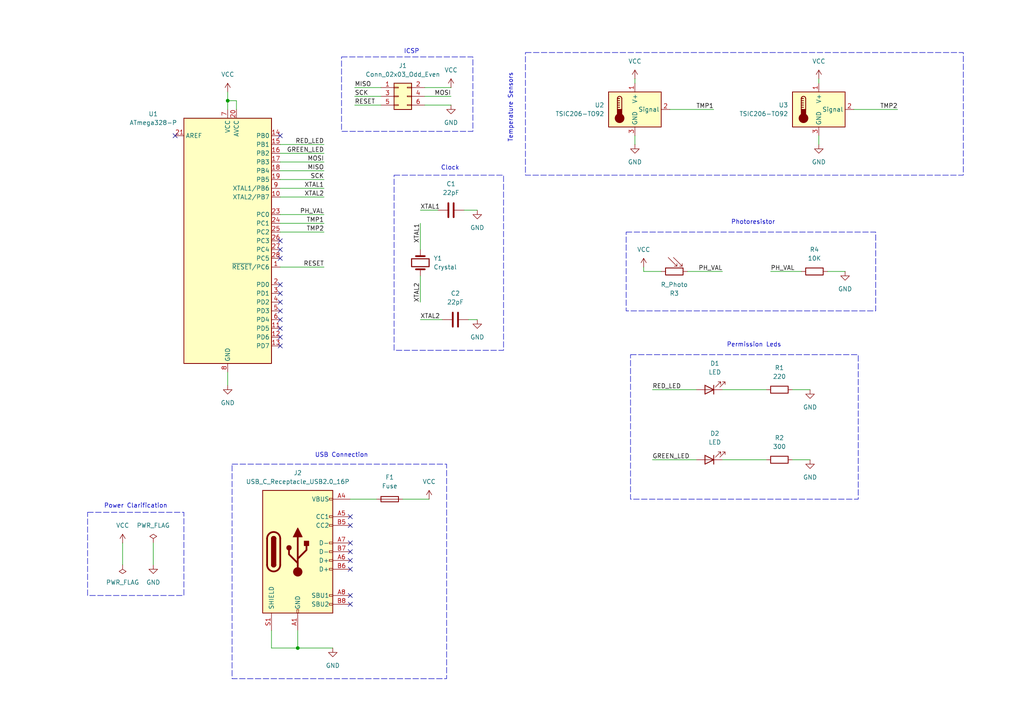
<source format=kicad_sch>
(kicad_sch (version 20231120) (generator "eeschema") (generator_version "8.0")
  (paper "A4")
  (lib_symbols
    (symbol "Connector:USB_C_Receptacle_USB2.0_16P" (pin_names (offset 1.016))
      (property "Reference" "J" (at 0 22.225 0))
      (property "Value" "USB_C_Receptacle_USB2.0_16P" (at 0 19.685 0))
      (symbol "USB_C_Receptacle_USB2.0_16P_0_0"
        (rectangle (start -0.254 -17.78) (end 0.254 -16.764))
        (rectangle (start 10.16 -14.986) (end 9.144 -15.494))
        (rectangle (start 10.16 -12.446) (end 9.144 -12.954))
        (rectangle (start 10.16 -4.826) (end 9.144 -5.334))
        (rectangle (start 10.16 -2.286) (end 9.144 -2.794))
        (rectangle (start 10.16 0.254) (end 9.144 -0.254))
        (rectangle (start 10.16 2.794) (end 9.144 2.286))
        (rectangle (start 10.16 7.874) (end 9.144 7.366))
        (rectangle (start 10.16 10.414) (end 9.144 9.906))
        (rectangle (start 10.16 15.494) (end 9.144 14.986))
      )
      (symbol "USB_C_Receptacle_USB2.0_16P_0_1"
        (rectangle (start -10.16 17.78) (end 10.16 -17.78) (stroke (width 0.254)) (fill (type background)))
        (arc (start -8.89 -3.81) (mid -6.985 -5.7067) (end -5.08 -3.81) (stroke (width 0.508)))
        (arc (start -7.62 -3.81) (mid -6.985 -4.4423) (end -6.35 -3.81) (stroke (width 0.254)))
        (arc (start -7.62 -3.81) (mid -6.985 -4.4423) (end -6.35 -3.81) (stroke (width 0.254)) (fill (type outline)))
        (rectangle (start -7.62 -3.81) (end -6.35 3.81) (stroke (width 0.254)) (fill (type outline)))
        (arc (start -6.35 3.81) (mid -6.985 4.4423) (end -7.62 3.81) (stroke (width 0.254)))
        (arc (start -6.35 3.81) (mid -6.985 4.4423) (end -7.62 3.81) (stroke (width 0.254)) (fill (type outline)))
        (arc (start -5.08 3.81) (mid -6.985 5.7067) (end -8.89 3.81) (stroke (width 0.508)))
        (circle (center -2.54 1.143) (radius 0.635) (stroke (width 0.254)) (fill (type outline)))
        (circle (center 0 -5.842) (radius 1.27) (fill (type outline)))
        (polyline (pts (xy -8.89 -3.81) (xy -8.89 3.81)) (stroke (width 0.508)))
        (polyline (pts (xy -5.08 3.81) (xy -5.08 -3.81)) (stroke (width 0.508)))
        (polyline (pts (xy 0 -5.842) (xy 0 4.318)) (stroke (width 0.508)))
        (polyline (pts (xy 0 -3.302) (xy -2.54 -0.762) (xy -2.54 0.508)) (stroke (width 0.508)))
        (polyline (pts (xy 0 -2.032) (xy 2.54 0.508) (xy 2.54 1.778)) (stroke (width 0.508)))
        (polyline (pts (xy -1.27 4.318) (xy 0 6.858) (xy 1.27 4.318) (xy -1.27 4.318)) (stroke (width 0.254)) (fill (type outline)))
        (rectangle (start 1.905 1.778) (end 3.175 3.048) (stroke (width 0.254)) (fill (type outline)))
      )
      (symbol "USB_C_Receptacle_USB2.0_16P_1_1"
        (pin passive line (at 0 -22.86 90) (length 5.08) (name "GND") (number "A1"))
        (pin passive line (at 0 -22.86 90) (length 5.08) hide (name "GND") (number "A12"))
        (pin passive line (at 15.24 15.24 180) (length 5.08) (name "VBUS") (number "A4"))
        (pin bidirectional line (at 15.24 10.16 180) (length 5.08) (name "CC1") (number "A5"))
        (pin bidirectional line (at 15.24 -2.54 180) (length 5.08) (name "D+") (number "A6"))
        (pin bidirectional line (at 15.24 2.54 180) (length 5.08) (name "D-") (number "A7"))
        (pin bidirectional line (at 15.24 -12.7 180) (length 5.08) (name "SBU1") (number "A8"))
        (pin passive line (at 15.24 15.24 180) (length 5.08) hide (name "VBUS") (number "A9"))
        (pin passive line (at 0 -22.86 90) (length 5.08) hide (name "GND") (number "B1"))
        (pin passive line (at 0 -22.86 90) (length 5.08) hide (name "GND") (number "B12"))
        (pin passive line (at 15.24 15.24 180) (length 5.08) hide (name "VBUS") (number "B4"))
        (pin bidirectional line (at 15.24 7.62 180) (length 5.08) (name "CC2") (number "B5"))
        (pin bidirectional line (at 15.24 -5.08 180) (length 5.08) (name "D+") (number "B6"))
        (pin bidirectional line (at 15.24 0 180) (length 5.08) (name "D-") (number "B7"))
        (pin bidirectional line (at 15.24 -15.24 180) (length 5.08) (name "SBU2") (number "B8"))
        (pin passive line (at 15.24 15.24 180) (length 5.08) hide (name "VBUS") (number "B9"))
        (pin passive line (at -7.62 -22.86 90) (length 5.08) (name "SHIELD") (number "S1"))
      )
    )
    (symbol "Connector_Generic:Conn_02x03_Odd_Even" (pin_names (offset 1.016) hide)
      (property "Reference" "J" (at 1.27 5.08 0))
      (property "Value" "Conn_02x03_Odd_Even" (at 1.27 -5.08 0))
      (symbol "Conn_02x03_Odd_Even_1_1"
        (rectangle (start -1.27 -2.413) (end 0 -2.667) (stroke (width 0.1524)))
        (rectangle (start -1.27 0.127) (end 0 -0.127) (stroke (width 0.1524)))
        (rectangle (start -1.27 2.667) (end 0 2.413) (stroke (width 0.1524)))
        (rectangle (start -1.27 3.81) (end 3.81 -3.81) (stroke (width 0.254)) (fill (type background)))
        (rectangle (start 3.81 -2.413) (end 2.54 -2.667) (stroke (width 0.1524)))
        (rectangle (start 3.81 0.127) (end 2.54 -0.127) (stroke (width 0.1524)))
        (rectangle (start 3.81 2.667) (end 2.54 2.413) (stroke (width 0.1524)))
        (pin passive line (at -5.08 2.54 0) (length 3.81) (name "Pin_1") (number "1"))
        (pin passive line (at 7.62 2.54 180) (length 3.81) (name "Pin_2") (number "2"))
        (pin passive line (at -5.08 0 0) (length 3.81) (name "Pin_3") (number "3"))
        (pin passive line (at 7.62 0 180) (length 3.81) (name "Pin_4") (number "4"))
        (pin passive line (at -5.08 -2.54 0) (length 3.81) (name "Pin_5") (number "5"))
        (pin passive line (at 7.62 -2.54 180) (length 3.81) (name "Pin_6") (number "6"))
      )
    )
    (symbol "Device:C" (pin_numbers hide) (pin_names (offset 0.254))
      (property "Reference" "C" (at 0.635 2.54 0))
      (property "Value" "C" (at 0.635 -2.54 0))
      (symbol "C_0_1"
        (polyline (pts (xy -2.032 -0.762) (xy 2.032 -0.762)) (stroke (width 0.508)))
        (polyline (pts (xy -2.032 0.762) (xy 2.032 0.762)) (stroke (width 0.508)))
      )
      (symbol "C_1_1"
        (pin passive line (at 0 3.81 270) (length 2.794) (name "~") (number "1"))
        (pin passive line (at 0 -3.81 90) (length 2.794) (name "~") (number "2"))
      )
    )
    (symbol "Device:Crystal" (pin_numbers hide) (pin_names (offset 1.016) hide)
      (property "Reference" "Y" (at 0 3.81 0))
      (property "Value" "Crystal" (at 0 -3.81 0))
      (symbol "Crystal_0_1"
        (rectangle (start -1.143 2.54) (end 1.143 -2.54) (stroke (width 0.3048)))
        (polyline (pts (xy -2.54 0) (xy -1.905 0)))
        (polyline (pts (xy -1.905 -1.27) (xy -1.905 1.27)) (stroke (width 0.508)))
        (polyline (pts (xy 1.905 -1.27) (xy 1.905 1.27)) (stroke (width 0.508)))
        (polyline (pts (xy 2.54 0) (xy 1.905 0)))
      )
      (symbol "Crystal_1_1"
        (pin passive line (at -3.81 0 0) (length 1.27) (name "1") (number "1"))
        (pin passive line (at 3.81 0 180) (length 1.27) (name "2") (number "2"))
      )
    )
    (symbol "Device:Fuse" (pin_numbers hide) (pin_names (offset 0))
      (property "Reference" "F" (at 2.032 0 90))
      (property "Value" "Fuse" (at -1.905 0 90))
      (symbol "Fuse_0_1"
        (rectangle (start -0.762 -2.54) (end 0.762 2.54) (stroke (width 0.254)))
        (polyline (pts (xy 0 2.54) (xy 0 -2.54)))
      )
      (symbol "Fuse_1_1"
        (pin passive line (at 0 3.81 270) (length 1.27) (name "~") (number "1"))
        (pin passive line (at 0 -3.81 90) (length 1.27) (name "~") (number "2"))
      )
    )
    (symbol "Device:LED" (pin_numbers hide) (pin_names (offset 1.016) hide)
      (property "Reference" "D" (at 0 2.54 0))
      (property "Value" "LED" (at 0 -2.54 0))
      (symbol "LED_0_1"
        (polyline (pts (xy -1.27 -1.27) (xy -1.27 1.27)) (stroke (width 0.254)))
        (polyline (pts (xy -1.27 0) (xy 1.27 0)))
        (polyline (pts (xy 1.27 -1.27) (xy 1.27 1.27) (xy -1.27 0) (xy 1.27 -1.27)) (stroke (width 0.254)))
        (polyline (pts (xy -3.048 -0.762) (xy -4.572 -2.286) (xy -3.81 -2.286) (xy -4.572 -2.286) (xy -4.572 -1.524)))
        (polyline (pts (xy -1.778 -0.762) (xy -3.302 -2.286) (xy -2.54 -2.286) (xy -3.302 -2.286) (xy -3.302 -1.524)))
      )
      (symbol "LED_1_1"
        (pin passive line (at -3.81 0 0) (length 2.54) (name "K") (number "1"))
        (pin passive line (at 3.81 0 180) (length 2.54) (name "A") (number "2"))
      )
    )
    (symbol "Device:R" (pin_numbers hide) (pin_names (offset 0))
      (property "Reference" "R" (at 2.032 0 90))
      (property "Value" "R" (at 0 0 90))
      (symbol "R_0_1"
        (rectangle (start -1.016 -2.54) (end 1.016 2.54) (stroke (width 0.254)))
      )
      (symbol "R_1_1"
        (pin passive line (at 0 3.81 270) (length 1.27) (name "~") (number "1"))
        (pin passive line (at 0 -3.81 90) (length 1.27) (name "~") (number "2"))
      )
    )
    (symbol "Device:R_Photo" (pin_numbers hide) (pin_names (offset 0))
      (property "Reference" "R" (at 1.27 1.27 0))
      (property "Value" "R_Photo" (at 1.27 0 0))
      (symbol "R_Photo_0_1"
        (rectangle (start -1.016 2.54) (end 1.016 -2.54) (stroke (width 0.254)))
        (polyline (pts (xy -1.524 -2.286) (xy -4.064 0.254)))
        (polyline (pts (xy -1.524 -2.286) (xy -2.286 -2.286)))
        (polyline (pts (xy -1.524 -2.286) (xy -1.524 -1.524)))
        (polyline (pts (xy -1.524 -0.762) (xy -4.064 1.778)))
        (polyline (pts (xy -1.524 -0.762) (xy -2.286 -0.762)))
        (polyline (pts (xy -1.524 -0.762) (xy -1.524 0)))
      )
      (symbol "R_Photo_1_1"
        (pin passive line (at 0 3.81 270) (length 1.27) (name "~") (number "1"))
        (pin passive line (at 0 -3.81 90) (length 1.27) (name "~") (number "2"))
      )
    )
    (symbol "MCU_Microchip_ATmega:ATmega328-P"
      (property "Reference" "U" (at -12.7 36.83 0))
      (property "Value" "ATmega328-P" (at 2.54 -36.83 0))
      (symbol "ATmega328-P_0_1"
        (rectangle (start -12.7 -35.56) (end 12.7 35.56) (stroke (width 0.254)) (fill (type background)))
      )
      (symbol "ATmega328-P_1_1"
        (pin bidirectional line (at 15.24 -7.62 180) (length 2.54) (name "~{RESET}/PC6") (number "1"))
        (pin bidirectional line (at 15.24 12.7 180) (length 2.54) (name "XTAL2/PB7") (number "10"))
        (pin bidirectional line (at 15.24 -25.4 180) (length 2.54) (name "PD5") (number "11"))
        (pin bidirectional line (at 15.24 -27.94 180) (length 2.54) (name "PD6") (number "12"))
        (pin bidirectional line (at 15.24 -30.48 180) (length 2.54) (name "PD7") (number "13"))
        (pin bidirectional line (at 15.24 30.48 180) (length 2.54) (name "PB0") (number "14"))
        (pin bidirectional line (at 15.24 27.94 180) (length 2.54) (name "PB1") (number "15"))
        (pin bidirectional line (at 15.24 25.4 180) (length 2.54) (name "PB2") (number "16"))
        (pin bidirectional line (at 15.24 22.86 180) (length 2.54) (name "PB3") (number "17"))
        (pin bidirectional line (at 15.24 20.32 180) (length 2.54) (name "PB4") (number "18"))
        (pin bidirectional line (at 15.24 17.78 180) (length 2.54) (name "PB5") (number "19"))
        (pin bidirectional line (at 15.24 -12.7 180) (length 2.54) (name "PD0") (number "2"))
        (pin power_in line (at 2.54 38.1 270) (length 2.54) (name "AVCC") (number "20"))
        (pin passive line (at -15.24 30.48 0) (length 2.54) (name "AREF") (number "21"))
        (pin passive line (at 0 -38.1 90) (length 2.54) hide (name "GND") (number "22"))
        (pin bidirectional line (at 15.24 7.62 180) (length 2.54) (name "PC0") (number "23"))
        (pin bidirectional line (at 15.24 5.08 180) (length 2.54) (name "PC1") (number "24"))
        (pin bidirectional line (at 15.24 2.54 180) (length 2.54) (name "PC2") (number "25"))
        (pin bidirectional line (at 15.24 0 180) (length 2.54) (name "PC3") (number "26"))
        (pin bidirectional line (at 15.24 -2.54 180) (length 2.54) (name "PC4") (number "27"))
        (pin bidirectional line (at 15.24 -5.08 180) (length 2.54) (name "PC5") (number "28"))
        (pin bidirectional line (at 15.24 -15.24 180) (length 2.54) (name "PD1") (number "3"))
        (pin bidirectional line (at 15.24 -17.78 180) (length 2.54) (name "PD2") (number "4"))
        (pin bidirectional line (at 15.24 -20.32 180) (length 2.54) (name "PD3") (number "5"))
        (pin bidirectional line (at 15.24 -22.86 180) (length 2.54) (name "PD4") (number "6"))
        (pin power_in line (at 0 38.1 270) (length 2.54) (name "VCC") (number "7"))
        (pin power_in line (at 0 -38.1 90) (length 2.54) (name "GND") (number "8"))
        (pin bidirectional line (at 15.24 15.24 180) (length 2.54) (name "XTAL1/PB6") (number "9"))
      )
    )
    (symbol "Sensor_Temperature:TSIC206-TO92"
      (property "Reference" "U" (at -6.35 6.35 0))
      (property "Value" "TSIC206-TO92" (at 1.27 6.35 0))
      (symbol "TSIC206-TO92_0_1"
        (rectangle (start -7.62 5.08) (end 7.62 -5.08) (stroke (width 0.254)) (fill (type background)))
        (circle (center -4.445 -2.54) (radius 1.27) (stroke (width 0.254)) (fill (type outline)))
        (rectangle (start -3.81 -1.905) (end -5.08 0) (stroke (width 0.254)) (fill (type outline)))
        (arc (start -3.81 3.175) (mid -4.445 3.8073) (end -5.08 3.175) (stroke (width 0.254)))
        (polyline (pts (xy -5.08 0.635) (xy -4.445 0.635)) (stroke (width 0.254)))
        (polyline (pts (xy -5.08 1.27) (xy -4.445 1.27)) (stroke (width 0.254)))
        (polyline (pts (xy -5.08 1.905) (xy -4.445 1.905)) (stroke (width 0.254)))
        (polyline (pts (xy -5.08 2.54) (xy -4.445 2.54)) (stroke (width 0.254)))
        (polyline (pts (xy -5.08 3.175) (xy -5.08 0)) (stroke (width 0.254)))
        (polyline (pts (xy -5.08 3.175) (xy -4.445 3.175)) (stroke (width 0.254)))
        (polyline (pts (xy -3.81 3.175) (xy -3.81 0)) (stroke (width 0.254)))
      )
      (symbol "TSIC206-TO92_1_1"
        (pin power_in line (at 0 7.62 270) (length 2.54) (name "V+") (number "1"))
        (pin output line (at 10.16 0 180) (length 2.54) (name "Signal") (number "2"))
        (pin power_in line (at 0 -7.62 90) (length 2.54) (name "GND") (number "3"))
      )
    )
    (symbol "power:GND" (power) (pin_numbers hide) (pin_names (offset 0) hide)
      (property "Value" "GND" (at 0 -3.81 0))
      (symbol "GND_0_1"
        (polyline (pts (xy 0 0) (xy 0 -1.27) (xy 1.27 -1.27) (xy 0 -2.54) (xy -1.27 -1.27) (xy 0 -1.27)))
      )
      (symbol "GND_1_1"
        (pin power_in line (at 0 0 270) (length 0) (name "~") (number "1"))
      )
    )
    (symbol "power:PWR_FLAG" (power) (pin_numbers hide) (pin_names (offset 0) hide)
      (property "Value" "PWR_FLAG" (at 0 3.81 0))
      (symbol "PWR_FLAG_0_0"
        (pin power_out line (at 0 0 90) (length 0) (name "~") (number "1"))
      )
      (symbol "PWR_FLAG_0_1"
        (polyline (pts (xy 0 0) (xy 0 1.27) (xy -1.016 1.905) (xy 0 2.54) (xy 1.016 1.905) (xy 0 1.27)))
      )
    )
    (symbol "power:VCC" (power) (pin_numbers hide) (pin_names (offset 0) hide)
      (property "Value" "VCC" (at 0 3.556 0))
      (symbol "VCC_0_1"
        (polyline (pts (xy -0.762 1.27) (xy 0 2.54)))
        (polyline (pts (xy 0 0) (xy 0 2.54)))
        (polyline (pts (xy 0 2.54) (xy 0.762 1.27)))
      )
      (symbol "VCC_1_1"
        (pin power_in line (at 0 0 90) (length 0) (name "~") (number "1"))
      )
    )
  )
  (junction (at 66.04 29.21))
  (junction (at 86.36 187.96))
  (no_connect (at 81.28 39.37))
  (no_connect (at 101.6 162.56))
  (no_connect (at 81.28 74.93))
  (no_connect (at 101.6 175.26))
  (no_connect (at 101.6 165.1))
  (no_connect (at 101.6 152.4))
  (no_connect (at 101.6 157.48))
  (no_connect (at 50.8 39.37))
  (no_connect (at 81.28 87.63))
  (no_connect (at 101.6 172.72))
  (no_connect (at 101.6 160.02))
  (no_connect (at 81.28 92.71))
  (no_connect (at 81.28 97.79))
  (no_connect (at 81.28 69.85))
  (no_connect (at 101.6 149.86))
  (no_connect (at 81.28 95.25))
  (no_connect (at 81.28 85.09))
  (no_connect (at 81.28 82.55))
  (no_connect (at 81.28 100.33))
  (no_connect (at 81.28 72.39))
  (no_connect (at 81.28 90.17))
  (wire (pts (xy 194.31 31.75) (xy 207.01 31.75)))
  (wire (pts (xy 81.28 77.47) (xy 93.98 77.47)))
  (wire (pts (xy 81.28 64.77) (xy 93.98 64.77)))
  (wire (pts (xy 78.74 182.88) (xy 78.74 187.96)))
  (wire (pts (xy 184.15 22.86) (xy 184.15 24.13)))
  (wire (pts (xy 199.39 78.74) (xy 209.55 78.74)))
  (wire (pts (xy 123.19 30.48) (xy 130.81 30.48)))
  (wire (pts (xy 68.58 31.75) (xy 68.58 29.21)))
  (wire (pts (xy 66.04 26.67) (xy 66.04 29.21)))
  (wire (pts (xy 189.23 133.35) (xy 201.93 133.35)))
  (wire (pts (xy 237.49 39.37) (xy 237.49 41.91)))
  (wire (pts (xy 209.55 113.03) (xy 222.25 113.03)))
  (wire (pts (xy 44.45 157.48) (xy 44.45 163.83)))
  (wire (pts (xy 184.15 39.37) (xy 184.15 41.91)))
  (wire (pts (xy 81.28 54.61) (xy 93.98 54.61)))
  (wire (pts (xy 81.28 41.91) (xy 93.98 41.91)))
  (wire (pts (xy 116.84 144.78) (xy 124.46 144.78)))
  (wire (pts (xy 186.69 77.47) (xy 186.69 78.74)))
  (wire (pts (xy 66.04 107.95) (xy 66.04 111.76)))
  (wire (pts (xy 78.74 187.96) (xy 86.36 187.96)))
  (wire (pts (xy 135.89 92.71) (xy 138.43 92.71)))
  (wire (pts (xy 123.19 25.4) (xy 130.81 25.4)))
  (wire (pts (xy 121.92 64.77) (xy 121.92 72.39)))
  (wire (pts (xy 102.87 25.4) (xy 110.49 25.4)))
  (wire (pts (xy 66.04 29.21) (xy 66.04 31.75)))
  (wire (pts (xy 81.28 52.07) (xy 93.98 52.07)))
  (wire (pts (xy 240.03 78.74) (xy 245.11 78.74)))
  (wire (pts (xy 186.69 78.74) (xy 191.77 78.74)))
  (wire (pts (xy 123.19 27.94) (xy 130.81 27.94)))
  (wire (pts (xy 81.28 67.31) (xy 93.98 67.31)))
  (wire (pts (xy 81.28 62.23) (xy 93.98 62.23)))
  (wire (pts (xy 223.52 78.74) (xy 232.41 78.74)))
  (wire (pts (xy 121.92 80.01) (xy 121.92 87.63)))
  (wire (pts (xy 102.87 27.94) (xy 110.49 27.94)))
  (wire (pts (xy 68.58 29.21) (xy 66.04 29.21)))
  (wire (pts (xy 229.87 133.35) (xy 234.95 133.35)))
  (wire (pts (xy 101.6 144.78) (xy 109.22 144.78)))
  (wire (pts (xy 102.87 30.48) (xy 110.49 30.48)))
  (wire (pts (xy 121.92 60.96) (xy 127 60.96)))
  (wire (pts (xy 81.28 57.15) (xy 93.98 57.15)))
  (wire (pts (xy 81.28 49.53) (xy 93.98 49.53)))
  (wire (pts (xy 35.56 157.48) (xy 35.56 163.83)))
  (wire (pts (xy 134.62 60.96) (xy 138.43 60.96)))
  (wire (pts (xy 247.65 31.75) (xy 260.35 31.75)))
  (wire (pts (xy 86.36 182.88) (xy 86.36 187.96)))
  (wire (pts (xy 86.36 187.96) (xy 96.52 187.96)))
  (wire (pts (xy 209.55 133.35) (xy 222.25 133.35)))
  (wire (pts (xy 237.49 22.86) (xy 237.49 24.13)))
  (wire (pts (xy 81.28 44.45) (xy 93.98 44.45)))
  (wire (pts (xy 189.23 113.03) (xy 201.93 113.03)))
  (wire (pts (xy 121.92 92.71) (xy 128.27 92.71)))
  (wire (pts (xy 229.87 113.03) (xy 234.95 113.03)))
  (wire (pts (xy 81.28 46.99) (xy 93.98 46.99)))
  (rectangle (start 99.06 16.51) (end 137.16 38.1) (stroke (width 0) (type dash)))
  (rectangle (start 182.88 102.87) (end 248.92 144.78) (stroke (width 0) (type dash)))
  (rectangle (start 152.4 15.24) (end 279.4 50.8) (stroke (width 0) (type dash)))
  (rectangle (start 67.31 134.62) (end 129.54 196.85) (stroke (width 0) (type dash)))
  (rectangle (start 25.4 148.59) (end 53.34 172.72) (stroke (width 0) (type dash)))
  (rectangle (start 114.3 50.8) (end 146.05 101.6) (stroke (width 0) (type dash)))
  (rectangle (start 181.61 67.31) (end 254 90.17) (stroke (width 0) (type dash)))
  (text "Temperature Sensors" (at 148.082 31.242 90) (effects (font (size 1.27 1.27))))
  (text "Permission Leds\n" (at 218.694 100.076 0) (effects (font (size 1.27 1.27))))
  (text "Photoresistor" (at 218.44 64.516 0) (effects (font (size 1.27 1.27))))
  (text "USB Connection" (at 99.06 132.08 0) (effects (font (size 1.27 1.27))))
  (text "Power Clarification" (at 39.37 146.812 0) (effects (font (size 1.27 1.27))))
  (text "Clock" (at 130.556 48.768 0) (effects (font (size 1.27 1.27))))
  (text "ICSP" (at 119.38 14.986 0) (effects (font (size 1.27 1.27))))
  (label "MOSI" (at 130.81 27.94 180))
  (label "XTAL1" (at 93.98 54.61 180))
  (label "RESET" (at 93.98 77.47 180))
  (label "GREEN_LED" (at 189.23 133.35 0))
  (label "XTAL2" (at 93.98 57.15 180))
  (label "MISO" (at 102.87 25.4 0))
  (label "PH_VAL" (at 93.98 62.23 180))
  (label "XTAL2" (at 121.92 87.63 90))
  (label "XTAL1" (at 121.92 60.96 0))
  (label "PH_VAL" (at 223.52 78.74 0))
  (label "TMP2" (at 260.35 31.75 180))
  (label "RESET" (at 102.87 30.48 0))
  (label "RED_LED" (at 189.23 113.03 0))
  (label "MOSI" (at 93.98 46.99 180))
  (label "TMP2" (at 93.98 67.31 180))
  (label "RED_LED" (at 93.98 41.91 180))
  (label "TMP1" (at 207.01 31.75 180))
  (label "PH_VAL" (at 209.55 78.74 180))
  (label "XTAL1" (at 121.92 64.77 270))
  (label "MISO" (at 93.98 49.53 180))
  (label "SCK" (at 102.87 27.94 0))
  (label "TMP1" (at 93.98 64.77 180))
  (label "SCK" (at 93.98 52.07 180))
  (label "XTAL2" (at 121.92 92.71 0))
  (label "GREEN_LED" (at 93.98 44.45 180))
  (symbol (lib_id "Connector_Generic:Conn_02x03_Odd_Even") (at 115.57 27.94 0) (unit 1)
    (property "Reference" "J1" (at 116.84 19.05 0))
    (property "Value" "Conn_02x03_Odd_Even" (at 116.84 21.59 0))
    (property "Footprint" "Connector_PinHeader_2.54mm:PinHeader_2x03_P2.54mm_Vertical" (effects (hide yes)))
    (property "Description" "Generic connector, double row, 02x03, odd/even pin numbering scheme (row 1 odd numbers, row 2 even numbers), script generated (kicad-library-utils/schlib/autogen/connector/)" (effects (hide yes)))
  )
  (symbol (lib_id "power:VCC") (at 35.56 157.48 0) (unit 1)
    (property "Reference" "#PWR017" (effects (hide yes)))
    (property "Value" "VCC" (at 35.56 152.4 0))
    (property "Description" "Power symbol creates a global label with name \"VCC\"" (effects (hide yes)))
  )
  (symbol (lib_id "power:VCC") (at 130.81 25.4 0) (unit 1)
    (property "Reference" "#PWR013" (effects (hide yes)))
    (property "Value" "VCC" (at 130.81 20.32 0))
    (property "Description" "Power symbol creates a global label with name \"VCC\"" (effects (hide yes)))
  )
  (symbol (lib_id "Device:LED") (at 205.74 133.35 180) (unit 1)
    (property "Reference" "D2" (at 207.3275 125.73 0))
    (property "Value" "LED" (at 207.3275 128.27 0))
    (property "Footprint" "LED_THT:LED_D5.0mm_Clear" (effects (hide yes)))
    (property "Description" "Light emitting diode" (effects (hide yes)))
  )
  (symbol (lib_id "power:PWR_FLAG") (at 35.56 163.83 180) (unit 1)
    (property "Reference" "#FLG01" (effects (hide yes)))
    (property "Value" "PWR_FLAG" (at 35.56 168.91 0))
    (property "Description" "Special symbol for telling ERC where power comes from" (effects (hide yes)))
  )
  (symbol (lib_id "power:GND") (at 44.45 163.83 0) (unit 1)
    (property "Reference" "#PWR018" (effects (hide yes)))
    (property "Value" "GND" (at 44.45 168.91 0))
    (property "Description" "Power symbol creates a global label with name \"GND\" , ground" (effects (hide yes)))
  )
  (symbol (lib_id "Sensor_Temperature:TSIC206-TO92") (at 184.15 31.75 0) (unit 1)
    (property "Reference" "U2" (at 175.26 30.4799 0) (effects (justify right)))
    (property "Value" "TSIC206-TO92" (at 175.26 33.0199 0) (effects (justify right)))
    (property "Footprint" "Package_TO_SOT_THT:TO-92_Inline" (effects (hide yes)))
    (property "Datasheet" "https://shop.bb-sensors.com/out/media/Datasheet_Digital_Semiconductor_temperatur_sensor_TSIC.pdf" (effects (hide yes)))
    (property "Description" "Digital temperature sensor, range -50 ... +150 °C, 0.5 K accuracy, TO-92" (effects (hide yes)))
  )
  (symbol (lib_id "power:GND") (at 66.04 111.76 0) (unit 1)
    (property "Reference" "#PWR02" (effects (hide yes)))
    (property "Value" "GND" (at 66.04 116.84 0))
    (property "Description" "Power symbol creates a global label with name \"GND\" , ground" (effects (hide yes)))
  )
  (symbol (lib_id "power:GND") (at 184.15 41.91 0) (unit 1)
    (property "Reference" "#PWR04" (effects (hide yes)))
    (property "Value" "GND" (at 184.15 46.99 0))
    (property "Description" "Power symbol creates a global label with name \"GND\" , ground" (effects (hide yes)))
  )
  (symbol (lib_id "power:VCC") (at 186.69 77.47 0) (unit 1)
    (property "Reference" "#PWR08" (effects (hide yes)))
    (property "Value" "VCC" (at 186.69 72.39 0))
    (property "Description" "Power symbol creates a global label with name \"VCC\"" (effects (hide yes)))
  )
  (symbol (lib_id "power:VCC") (at 124.46 144.78 0) (unit 1)
    (property "Reference" "#PWR015" (effects (hide yes)))
    (property "Value" "VCC" (at 124.46 139.7 0))
    (property "Description" "Power symbol creates a global label with name \"VCC\"" (effects (hide yes)))
  )
  (symbol (lib_id "Device:R") (at 236.22 78.74 90) (unit 1)
    (property "Reference" "R4" (at 236.22 72.39 90))
    (property "Value" "10K" (at 236.22 74.93 90))
    (property "Footprint" "Resistor_THT:R_Axial_DIN0207_L6.3mm_D2.5mm_P10.16mm_Horizontal" (effects (hide yes)))
    (property "Description" "Resistor" (effects (hide yes)))
  )
  (symbol (lib_id "Device:LED") (at 205.74 113.03 180) (unit 1)
    (property "Reference" "D1" (at 207.3275 105.41 0))
    (property "Value" "LED" (at 207.3275 107.95 0))
    (property "Footprint" "LED_THT:LED_D5.0mm_Clear" (effects (hide yes)))
    (property "Description" "Light emitting diode" (effects (hide yes)))
  )
  (symbol (lib_id "Sensor_Temperature:TSIC206-TO92") (at 237.49 31.75 0) (unit 1)
    (property "Reference" "U3" (at 228.6 30.4799 0) (effects (justify right)))
    (property "Value" "TSIC206-TO92" (at 228.6 33.0199 0) (effects (justify right)))
    (property "Footprint" "Package_TO_SOT_THT:TO-92_Inline" (effects (hide yes)))
    (property "Datasheet" "https://shop.bb-sensors.com/out/media/Datasheet_Digital_Semiconductor_temperatur_sensor_TSIC.pdf" (effects (hide yes)))
    (property "Description" "Digital temperature sensor, range -50 ... +150 °C, 0.5 K accuracy, TO-92" (effects (hide yes)))
  )
  (symbol (lib_id "Device:R_Photo") (at 195.58 78.74 90) (mirror x) (unit 1)
    (property "Reference" "R3" (at 195.58 85.09 90))
    (property "Value" "R_Photo" (at 195.58 82.55 90))
    (property "Footprint" "OptoDevice:R_LDR_5.1x4.3mm_P3.4mm_Vertical" (effects (hide yes)))
    (property "Description" "Photoresistor" (effects (hide yes)))
  )
  (symbol (lib_id "power:GND") (at 138.43 92.71 0) (unit 1)
    (property "Reference" "#PWR012" (effects (hide yes)))
    (property "Value" "GND" (at 138.43 97.79 0))
    (property "Description" "Power symbol creates a global label with name \"GND\" , ground" (effects (hide yes)))
  )
  (symbol (lib_id "power:GND") (at 138.43 60.96 0) (unit 1)
    (property "Reference" "#PWR011" (effects (hide yes)))
    (property "Value" "GND" (at 138.43 66.04 0))
    (property "Description" "Power symbol creates a global label with name \"GND\" , ground" (effects (hide yes)))
  )
  (symbol (lib_id "power:GND") (at 245.11 78.74 0) (unit 1)
    (property "Reference" "#PWR07" (effects (hide yes)))
    (property "Value" "GND" (at 245.11 83.82 0))
    (property "Description" "Power symbol creates a global label with name \"GND\" , ground" (effects (hide yes)))
  )
  (symbol (lib_id "power:GND") (at 234.95 133.35 0) (unit 1)
    (property "Reference" "#PWR010" (effects (hide yes)))
    (property "Value" "GND" (at 234.95 138.43 0))
    (property "Description" "Power symbol creates a global label with name \"GND\" , ground" (effects (hide yes)))
  )
  (symbol (lib_id "MCU_Microchip_ATmega:ATmega328-P") (at 66.04 69.85 0) (unit 1)
    (property "Reference" "U1" (at 44.45 33.0514 0))
    (property "Value" "ATmega328-P" (at 44.45 35.5914 0))
    (property "Footprint" "Package_DIP:DIP-28_W7.62mm" (effects (hide yes)))
    (property "Datasheet" "http://ww1.microchip.com/downloads/en/DeviceDoc/ATmega328_P%20AVR%20MCU%20with%20picoPower%20Technology%20Data%20Sheet%2040001984A.pdf" (effects (hide yes)))
    (property "Description" "20MHz, 32kB Flash, 2kB SRAM, 1kB EEPROM, DIP-28" (effects (hide yes)))
  )
  (symbol (lib_id "power:PWR_FLAG") (at 44.45 157.48 0) (unit 1)
    (property "Reference" "#FLG02" (effects (hide yes)))
    (property "Value" "PWR_FLAG" (at 44.45 152.4 0))
    (property "Description" "Special symbol for telling ERC where power comes from" (effects (hide yes)))
  )
  (symbol (lib_id "Device:R") (at 226.06 113.03 90) (unit 1)
    (property "Reference" "R1" (at 226.06 106.68 90))
    (property "Value" "220" (at 226.06 109.22 90))
    (property "Footprint" "Resistor_THT:R_Axial_DIN0207_L6.3mm_D2.5mm_P10.16mm_Horizontal" (effects (hide yes)))
    (property "Description" "Resistor" (effects (hide yes)))
  )
  (symbol (lib_id "power:GND") (at 234.95 113.03 0) (unit 1)
    (property "Reference" "#PWR09" (effects (hide yes)))
    (property "Value" "GND" (at 234.95 118.11 0))
    (property "Description" "Power symbol creates a global label with name \"GND\" , ground" (effects (hide yes)))
  )
  (symbol (lib_id "Device:C") (at 130.81 60.96 90) (unit 1)
    (property "Reference" "C1" (at 130.81 53.34 90))
    (property "Value" "22pF" (at 130.81 55.88 90))
    (property "Footprint" "Capacitor_THT:C_Disc_D6.0mm_W4.4mm_P5.00mm" (effects (hide yes)))
    (property "Description" "Unpolarized capacitor" (effects (hide yes)))
  )
  (symbol (lib_id "Device:Fuse") (at 113.03 144.78 90) (unit 1)
    (property "Reference" "F1" (at 113.03 138.43 90))
    (property "Value" "Fuse" (at 113.03 140.97 90))
    (property "Footprint" "Fuse:Fuse_0402_1005Metric" (effects (hide yes)))
    (property "Description" "Fuse" (effects (hide yes)))
  )
  (symbol (lib_id "power:GND") (at 237.49 41.91 0) (unit 1)
    (property "Reference" "#PWR03" (effects (hide yes)))
    (property "Value" "GND" (at 237.49 46.99 0))
    (property "Description" "Power symbol creates a global label with name \"GND\" , ground" (effects (hide yes)))
  )
  (symbol (lib_id "power:VCC") (at 237.49 22.86 0) (unit 1)
    (property "Reference" "#PWR06" (effects (hide yes)))
    (property "Value" "VCC" (at 237.49 17.78 0))
    (property "Description" "Power symbol creates a global label with name \"VCC\"" (effects (hide yes)))
  )
  (symbol (lib_id "Device:Crystal") (at 121.92 76.2 90) (unit 1)
    (property "Reference" "Y1" (at 125.73 74.9299 90) (effects (justify right)))
    (property "Value" "Crystal" (at 125.73 77.4699 90) (effects (justify right)))
    (property "Footprint" "Crystal:Crystal_HC49-4H_Vertical" (effects (hide yes)))
    (property "Description" "Two pin crystal" (effects (hide yes)))
  )
  (symbol (lib_id "Device:R") (at 226.06 133.35 90) (unit 1)
    (property "Reference" "R2" (at 226.06 127 90))
    (property "Value" "300" (at 226.06 129.54 90))
    (property "Footprint" "Resistor_THT:R_Axial_DIN0207_L6.3mm_D2.5mm_P10.16mm_Horizontal" (effects (hide yes)))
    (property "Description" "Resistor" (effects (hide yes)))
  )
  (symbol (lib_id "Device:C") (at 132.08 92.71 90) (unit 1)
    (property "Reference" "C2" (at 132.08 85.09 90))
    (property "Value" "22pF" (at 132.08 87.63 90))
    (property "Footprint" "Capacitor_THT:C_Disc_D6.0mm_W4.4mm_P5.00mm" (effects (hide yes)))
    (property "Description" "Unpolarized capacitor" (effects (hide yes)))
  )
  (symbol (lib_id "power:GND") (at 96.52 187.96 0) (unit 1)
    (property "Reference" "#PWR016" (effects (hide yes)))
    (property "Value" "GND" (at 96.52 193.04 0))
    (property "Description" "Power symbol creates a global label with name \"GND\" , ground" (effects (hide yes)))
  )
  (symbol (lib_id "power:VCC") (at 66.04 26.67 0) (unit 1)
    (property "Reference" "#PWR01" (effects (hide yes)))
    (property "Value" "VCC" (at 66.04 21.59 0))
    (property "Description" "Power symbol creates a global label with name \"VCC\"" (effects (hide yes)))
  )
  (symbol (lib_id "Connector:USB_C_Receptacle_USB2.0_16P") (at 86.36 160.02 0) (unit 1)
    (property "Reference" "J2" (at 86.36 137.16 0))
    (property "Value" "USB_C_Receptacle_USB2.0_16P" (at 86.36 139.7 0))
    (property "Footprint" "Connector_USB:USB_C_Receptacle_Amphenol_124019772112A" (effects (hide yes)))
    (property "Datasheet" "https://www.usb.org/sites/default/files/documents/usb_type-c.zip" (effects (hide yes)))
    (property "Description" "USB 2.0-only 16P Type-C Receptacle connector" (effects (hide yes)))
  )
  (symbol (lib_id "power:GND") (at 130.81 30.48 0) (unit 1)
    (property "Reference" "#PWR014" (effects (hide yes)))
    (property "Value" "GND" (at 130.81 35.56 0))
    (property "Description" "Power symbol creates a global label with name \"GND\" , ground" (effects (hide yes)))
  )
  (symbol (lib_id "power:VCC") (at 184.15 22.86 0) (unit 1)
    (property "Reference" "#PWR05" (effects (hide yes)))
    (property "Value" "VCC" (at 184.15 17.78 0))
    (property "Description" "Power symbol creates a global label with name \"VCC\"" (effects (hide yes)))
  )
)
</source>
